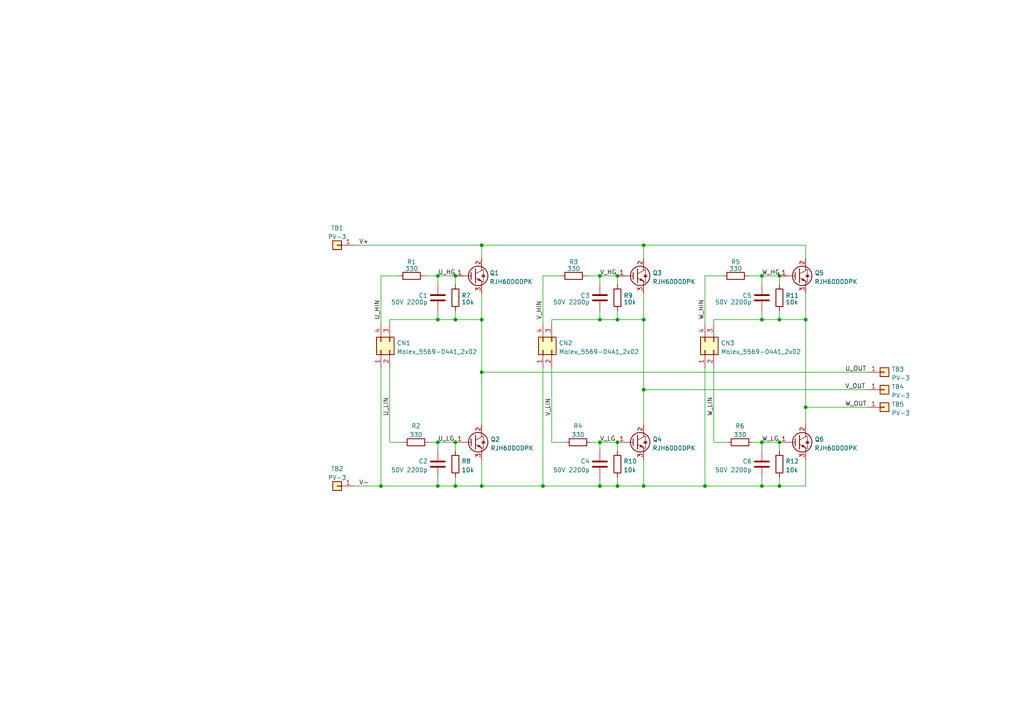
<source format=kicad_sch>
(kicad_sch (version 20230121) (generator eeschema)

  (uuid 08080e40-fc6b-41e8-82bc-136a3b0e46e7)

  (paper "A4")

  (title_block
    (title "IGBT Module")
    (date "2022-12-04")
    (rev "V1.00")
  )

  (lib_symbols
    (symbol "Connector_Generic:Conn_01x01" (pin_names (offset 1.016) hide) (in_bom yes) (on_board yes)
      (property "Reference" "J" (at 0 2.54 0)
        (effects (font (size 1.27 1.27)))
      )
      (property "Value" "Conn_01x01" (at 0 -2.54 0)
        (effects (font (size 1.27 1.27)))
      )
      (property "Footprint" "" (at 0 0 0)
        (effects (font (size 1.27 1.27)) hide)
      )
      (property "Datasheet" "~" (at 0 0 0)
        (effects (font (size 1.27 1.27)) hide)
      )
      (property "ki_keywords" "connector" (at 0 0 0)
        (effects (font (size 1.27 1.27)) hide)
      )
      (property "ki_description" "Generic connector, single row, 01x01, script generated (kicad-library-utils/schlib/autogen/connector/)" (at 0 0 0)
        (effects (font (size 1.27 1.27)) hide)
      )
      (property "ki_fp_filters" "Connector*:*_1x??_*" (at 0 0 0)
        (effects (font (size 1.27 1.27)) hide)
      )
      (symbol "Conn_01x01_1_1"
        (rectangle (start -1.27 0.127) (end 0 -0.127)
          (stroke (width 0.1524) (type default))
          (fill (type none))
        )
        (rectangle (start -1.27 1.27) (end 1.27 -1.27)
          (stroke (width 0.254) (type default))
          (fill (type background))
        )
        (pin passive line (at -5.08 0 0) (length 3.81)
          (name "Pin_1" (effects (font (size 1.27 1.27))))
          (number "1" (effects (font (size 1.27 1.27))))
        )
      )
    )
    (symbol "Connector_Generic:Conn_02x02_Counter_Clockwise" (pin_names (offset 1.016) hide) (in_bom yes) (on_board yes)
      (property "Reference" "J" (at 1.27 2.54 0)
        (effects (font (size 1.27 1.27)))
      )
      (property "Value" "Conn_02x02_Counter_Clockwise" (at 1.27 -5.08 0)
        (effects (font (size 1.27 1.27)))
      )
      (property "Footprint" "" (at 0 0 0)
        (effects (font (size 1.27 1.27)) hide)
      )
      (property "Datasheet" "~" (at 0 0 0)
        (effects (font (size 1.27 1.27)) hide)
      )
      (property "ki_keywords" "connector" (at 0 0 0)
        (effects (font (size 1.27 1.27)) hide)
      )
      (property "ki_description" "Generic connector, double row, 02x02, counter clockwise pin numbering scheme (similar to DIP package numbering), script generated (kicad-library-utils/schlib/autogen/connector/)" (at 0 0 0)
        (effects (font (size 1.27 1.27)) hide)
      )
      (property "ki_fp_filters" "Connector*:*_2x??_*" (at 0 0 0)
        (effects (font (size 1.27 1.27)) hide)
      )
      (symbol "Conn_02x02_Counter_Clockwise_1_1"
        (rectangle (start -1.27 -2.413) (end 0 -2.667)
          (stroke (width 0.1524) (type default))
          (fill (type none))
        )
        (rectangle (start -1.27 0.127) (end 0 -0.127)
          (stroke (width 0.1524) (type default))
          (fill (type none))
        )
        (rectangle (start -1.27 1.27) (end 3.81 -3.81)
          (stroke (width 0.254) (type default))
          (fill (type background))
        )
        (rectangle (start 3.81 -2.413) (end 2.54 -2.667)
          (stroke (width 0.1524) (type default))
          (fill (type none))
        )
        (rectangle (start 3.81 0.127) (end 2.54 -0.127)
          (stroke (width 0.1524) (type default))
          (fill (type none))
        )
        (pin passive line (at -5.08 0 0) (length 3.81)
          (name "Pin_1" (effects (font (size 1.27 1.27))))
          (number "1" (effects (font (size 1.27 1.27))))
        )
        (pin passive line (at -5.08 -2.54 0) (length 3.81)
          (name "Pin_2" (effects (font (size 1.27 1.27))))
          (number "2" (effects (font (size 1.27 1.27))))
        )
        (pin passive line (at 7.62 -2.54 180) (length 3.81)
          (name "Pin_3" (effects (font (size 1.27 1.27))))
          (number "3" (effects (font (size 1.27 1.27))))
        )
        (pin passive line (at 7.62 0 180) (length 3.81)
          (name "Pin_4" (effects (font (size 1.27 1.27))))
          (number "4" (effects (font (size 1.27 1.27))))
        )
      )
    )
    (symbol "Device:C" (pin_numbers hide) (pin_names (offset 0.254)) (in_bom yes) (on_board yes)
      (property "Reference" "C" (at 0.635 2.54 0)
        (effects (font (size 1.27 1.27)) (justify left))
      )
      (property "Value" "C" (at 0.635 -2.54 0)
        (effects (font (size 1.27 1.27)) (justify left))
      )
      (property "Footprint" "" (at 0.9652 -3.81 0)
        (effects (font (size 1.27 1.27)) hide)
      )
      (property "Datasheet" "~" (at 0 0 0)
        (effects (font (size 1.27 1.27)) hide)
      )
      (property "ki_keywords" "cap capacitor" (at 0 0 0)
        (effects (font (size 1.27 1.27)) hide)
      )
      (property "ki_description" "Unpolarized capacitor" (at 0 0 0)
        (effects (font (size 1.27 1.27)) hide)
      )
      (property "ki_fp_filters" "C_*" (at 0 0 0)
        (effects (font (size 1.27 1.27)) hide)
      )
      (symbol "C_0_1"
        (polyline
          (pts
            (xy -2.032 -0.762)
            (xy 2.032 -0.762)
          )
          (stroke (width 0.508) (type default))
          (fill (type none))
        )
        (polyline
          (pts
            (xy -2.032 0.762)
            (xy 2.032 0.762)
          )
          (stroke (width 0.508) (type default))
          (fill (type none))
        )
      )
      (symbol "C_1_1"
        (pin passive line (at 0 3.81 270) (length 2.794)
          (name "~" (effects (font (size 1.27 1.27))))
          (number "1" (effects (font (size 1.27 1.27))))
        )
        (pin passive line (at 0 -3.81 90) (length 2.794)
          (name "~" (effects (font (size 1.27 1.27))))
          (number "2" (effects (font (size 1.27 1.27))))
        )
      )
    )
    (symbol "Device:R" (pin_numbers hide) (pin_names (offset 0)) (in_bom yes) (on_board yes)
      (property "Reference" "R" (at 2.032 0 90)
        (effects (font (size 1.27 1.27)))
      )
      (property "Value" "R" (at 0 0 90)
        (effects (font (size 1.27 1.27)))
      )
      (property "Footprint" "" (at -1.778 0 90)
        (effects (font (size 1.27 1.27)) hide)
      )
      (property "Datasheet" "~" (at 0 0 0)
        (effects (font (size 1.27 1.27)) hide)
      )
      (property "ki_keywords" "R res resistor" (at 0 0 0)
        (effects (font (size 1.27 1.27)) hide)
      )
      (property "ki_description" "Resistor" (at 0 0 0)
        (effects (font (size 1.27 1.27)) hide)
      )
      (property "ki_fp_filters" "R_*" (at 0 0 0)
        (effects (font (size 1.27 1.27)) hide)
      )
      (symbol "R_0_1"
        (rectangle (start -1.016 -2.54) (end 1.016 2.54)
          (stroke (width 0.254) (type default))
          (fill (type none))
        )
      )
      (symbol "R_1_1"
        (pin passive line (at 0 3.81 270) (length 1.27)
          (name "~" (effects (font (size 1.27 1.27))))
          (number "1" (effects (font (size 1.27 1.27))))
        )
        (pin passive line (at 0 -3.81 90) (length 1.27)
          (name "~" (effects (font (size 1.27 1.27))))
          (number "2" (effects (font (size 1.27 1.27))))
        )
      )
    )
    (symbol "Transistor_IGBT:RJH60D0DPK" (pin_names (offset 0) hide) (in_bom yes) (on_board yes)
      (property "Reference" "Q" (at 5.08 1.905 0)
        (effects (font (size 1.27 1.27)) (justify left))
      )
      (property "Value" "RJH60D0DPK" (at 5.08 0 0)
        (effects (font (size 1.27 1.27)) (justify left))
      )
      (property "Footprint" "Package_TO_SOT_THT:TO-3P-3_Vertical" (at -6.604 -7.112 0)
        (effects (font (size 1.27 1.27) italic) (justify left) hide)
      )
      (property "Datasheet" "https://www.renesas.com/jp/ja/document/dst/rjh60d0dpk-datasheet?language=en&r=515581" (at -6.604 -4.572 0)
        (effects (font (size 1.27 1.27)) (justify left) hide)
      )
      (property "ki_keywords" "N-Channel IGBT Power Transistor" (at 0 0 0)
        (effects (font (size 1.27 1.27)) hide)
      )
      (property "ki_description" "28A, 900V, N-Channel IGBT" (at 0 0 0)
        (effects (font (size 1.27 1.27)) hide)
      )
      (property "ki_fp_filters" "TO?247*" (at 0 0 0)
        (effects (font (size 1.27 1.27)) hide)
      )
      (symbol "RJH60D0DPK_0_1"
        (polyline
          (pts
            (xy -2.54 0)
            (xy -0.508 0)
          )
          (stroke (width 0.1524) (type default))
          (fill (type none))
        )
        (polyline
          (pts
            (xy -0.508 1.016)
            (xy -0.508 -1.016)
          )
          (stroke (width 0.254) (type default))
          (fill (type none))
        )
        (polyline
          (pts
            (xy 0.762 2.032)
            (xy 0.762 -2.032)
          )
          (stroke (width 0.254) (type default))
          (fill (type none))
        )
        (polyline
          (pts
            (xy 2.54 -2.54)
            (xy 2.54 -1.524)
          )
          (stroke (width 0.1524) (type default))
          (fill (type none))
        )
        (polyline
          (pts
            (xy 2.54 -1.524)
            (xy 0.762 -0.635)
          )
          (stroke (width 0) (type default))
          (fill (type none))
        )
        (polyline
          (pts
            (xy 2.54 0.254)
            (xy 3.556 0.254)
          )
          (stroke (width 0.1524) (type default))
          (fill (type none))
        )
        (polyline
          (pts
            (xy 2.54 1.524)
            (xy 0.762 0.635)
          )
          (stroke (width 0) (type default))
          (fill (type none))
        )
        (polyline
          (pts
            (xy 2.54 1.524)
            (xy 2.54 2.54)
          )
          (stroke (width 0.1524) (type default))
          (fill (type none))
        )
        (polyline
          (pts
            (xy 1.397 -1.27)
            (xy 1.651 -0.762)
            (xy 2.54 -1.524)
            (xy 1.397 -1.27)
          )
          (stroke (width 0) (type default))
          (fill (type outline))
        )
        (polyline
          (pts
            (xy 2.54 -0.254)
            (xy 3.556 -0.254)
            (xy 3.048 0.254)
            (xy 2.54 -0.254)
          )
          (stroke (width 0) (type default))
          (fill (type outline))
        )
        (polyline
          (pts
            (xy 2.54 1.778)
            (xy 3.048 1.778)
            (xy 3.048 -1.778)
            (xy 2.54 -1.778)
          )
          (stroke (width 0.1524) (type default))
          (fill (type none))
        )
        (circle (center 1.524 0) (radius 2.8194)
          (stroke (width 0.254) (type default))
          (fill (type none))
        )
        (circle (center 2.54 -1.778) (radius 0.0762)
          (stroke (width 0.1524) (type default))
          (fill (type none))
        )
        (circle (center 2.54 1.778) (radius 0.0762)
          (stroke (width 0.1524) (type default))
          (fill (type none))
        )
      )
      (symbol "RJH60D0DPK_1_1"
        (pin input line (at -5.08 0 0) (length 2.54)
          (name "G" (effects (font (size 1.27 1.27))))
          (number "1" (effects (font (size 1.27 1.27))))
        )
        (pin passive line (at 2.54 5.08 270) (length 2.54)
          (name "C" (effects (font (size 1.27 1.27))))
          (number "2" (effects (font (size 1.27 1.27))))
        )
        (pin passive line (at 2.54 -5.08 90) (length 2.54)
          (name "E" (effects (font (size 1.27 1.27))))
          (number "3" (effects (font (size 1.27 1.27))))
        )
      )
    )
  )

  (junction (at 233.68 118.11) (diameter 0) (color 0 0 0 0)
    (uuid 07ba23e5-d554-4248-b76d-6d8889b8c72d)
  )
  (junction (at 132.08 92.71) (diameter 0) (color 0 0 0 0)
    (uuid 08523a45-70cf-4f1a-a866-0b8e293bc8b7)
  )
  (junction (at 220.98 128.27) (diameter 0) (color 0 0 0 0)
    (uuid 1f430792-760f-4b54-863d-2a6c1f9d2842)
  )
  (junction (at 226.06 80.01) (diameter 0) (color 0 0 0 0)
    (uuid 25cd0d8f-ec3d-44c0-b823-be4b999b9f06)
  )
  (junction (at 127 92.71) (diameter 0) (color 0 0 0 0)
    (uuid 2b46e340-381e-4912-a00c-b7653407e170)
  )
  (junction (at 179.07 92.71) (diameter 0) (color 0 0 0 0)
    (uuid 306b43af-9c0a-4584-b654-86e890752cb0)
  )
  (junction (at 204.47 140.97) (diameter 0) (color 0 0 0 0)
    (uuid 32c8d114-a03e-4375-b435-4b5997277bc0)
  )
  (junction (at 186.69 113.03) (diameter 0) (color 0 0 0 0)
    (uuid 3534871a-de51-4137-8a3b-ade241790da7)
  )
  (junction (at 173.99 92.71) (diameter 0) (color 0 0 0 0)
    (uuid 37372053-2054-467c-8f97-acce54b70b3f)
  )
  (junction (at 139.7 140.97) (diameter 0) (color 0 0 0 0)
    (uuid 4115edc8-d846-4224-93fd-9bd0eea12c60)
  )
  (junction (at 226.06 140.97) (diameter 0) (color 0 0 0 0)
    (uuid 43491895-5fd7-4d05-bb93-74d91d5b51c0)
  )
  (junction (at 173.99 80.01) (diameter 0) (color 0 0 0 0)
    (uuid 481acec8-bc84-4258-a635-268421e3cc79)
  )
  (junction (at 173.99 140.97) (diameter 0) (color 0 0 0 0)
    (uuid 5177248d-85de-481d-848f-3e482c5c45df)
  )
  (junction (at 139.7 107.95) (diameter 0) (color 0 0 0 0)
    (uuid 5a6026c7-392e-41cb-97bd-1f156bc31bb0)
  )
  (junction (at 233.68 92.71) (diameter 0) (color 0 0 0 0)
    (uuid 5b124deb-8471-439c-9371-b3cb50910571)
  )
  (junction (at 139.7 71.12) (diameter 0) (color 0 0 0 0)
    (uuid 607bb59e-9d07-4237-98eb-e2b1fbedbb61)
  )
  (junction (at 186.69 140.97) (diameter 0) (color 0 0 0 0)
    (uuid 65db5eeb-d42f-4ead-842e-9b7297a95328)
  )
  (junction (at 157.48 140.97) (diameter 0) (color 0 0 0 0)
    (uuid 67745259-a62e-43d6-97c6-f6e3639fad0e)
  )
  (junction (at 226.06 128.27) (diameter 0) (color 0 0 0 0)
    (uuid 70713337-3115-48e4-9538-550b3fff1b72)
  )
  (junction (at 127 80.01) (diameter 0) (color 0 0 0 0)
    (uuid 789f9e30-098b-450c-882c-2472692f4aaf)
  )
  (junction (at 179.07 140.97) (diameter 0) (color 0 0 0 0)
    (uuid 7fce98f4-3829-41ab-9a94-4948178c8e1d)
  )
  (junction (at 132.08 140.97) (diameter 0) (color 0 0 0 0)
    (uuid 8abb2c50-7660-4880-82d2-0d974fa4a65a)
  )
  (junction (at 127 128.27) (diameter 0) (color 0 0 0 0)
    (uuid 8c6b7952-e814-4500-9adb-9544a28433e9)
  )
  (junction (at 179.07 128.27) (diameter 0) (color 0 0 0 0)
    (uuid 9526bd1a-6329-444e-aa3e-665349138966)
  )
  (junction (at 179.07 80.01) (diameter 0) (color 0 0 0 0)
    (uuid 9a27b69e-08c1-4a14-8f35-ecfe440810f8)
  )
  (junction (at 127 140.97) (diameter 0) (color 0 0 0 0)
    (uuid 9b0b90a5-8987-4534-a786-6035dc6cabcd)
  )
  (junction (at 186.69 71.12) (diameter 0) (color 0 0 0 0)
    (uuid aa705439-b3aa-4314-a28a-7597b757ad07)
  )
  (junction (at 139.7 92.71) (diameter 0) (color 0 0 0 0)
    (uuid b7abda72-49a9-408e-8e35-47cf796801c6)
  )
  (junction (at 173.99 128.27) (diameter 0) (color 0 0 0 0)
    (uuid b97c759c-db14-4a07-bf03-4ef18b47cb20)
  )
  (junction (at 220.98 140.97) (diameter 0) (color 0 0 0 0)
    (uuid c511352e-e64f-42b0-9cb6-bd82737d2e0d)
  )
  (junction (at 132.08 128.27) (diameter 0) (color 0 0 0 0)
    (uuid cc204a08-29da-40f3-8cde-179e6c67d2db)
  )
  (junction (at 220.98 80.01) (diameter 0) (color 0 0 0 0)
    (uuid d5053816-754b-4ff5-8a81-ef4549809fbd)
  )
  (junction (at 110.49 140.97) (diameter 0) (color 0 0 0 0)
    (uuid de0b7800-7ef8-417d-bac6-5cc431e40e0a)
  )
  (junction (at 186.69 92.71) (diameter 0) (color 0 0 0 0)
    (uuid f2960260-d132-479d-b711-b18bf870c0a2)
  )
  (junction (at 132.08 80.01) (diameter 0) (color 0 0 0 0)
    (uuid f2c8edd8-64c7-4c86-b606-ce622b363398)
  )
  (junction (at 220.98 92.71) (diameter 0) (color 0 0 0 0)
    (uuid f683bf93-cc92-426a-a1d1-ba115fdb8203)
  )
  (junction (at 226.06 92.71) (diameter 0) (color 0 0 0 0)
    (uuid ff4f8ab6-b2e2-4e5a-8d21-cd9c5496cc21)
  )

  (wire (pts (xy 207.01 128.27) (xy 207.01 106.68))
    (stroke (width 0) (type default))
    (uuid 022a57e2-6570-4948-ae13-d039a629e1de)
  )
  (wire (pts (xy 132.08 140.97) (xy 139.7 140.97))
    (stroke (width 0) (type default))
    (uuid 030a4237-624f-4f3d-aa2a-81c2f42e8835)
  )
  (wire (pts (xy 160.02 106.68) (xy 160.02 128.27))
    (stroke (width 0) (type default))
    (uuid 03902cf8-8112-4b59-a457-3f8e8025779c)
  )
  (wire (pts (xy 233.68 133.35) (xy 233.68 140.97))
    (stroke (width 0) (type default))
    (uuid 05eedcf0-7e0c-4b0a-afb2-af9ed6aefadf)
  )
  (wire (pts (xy 110.49 80.01) (xy 110.49 93.98))
    (stroke (width 0) (type default))
    (uuid 06056052-35b9-435e-98b2-1b790de36ce5)
  )
  (wire (pts (xy 127 138.43) (xy 127 140.97))
    (stroke (width 0) (type default))
    (uuid 06de9ce4-d4cc-4e3f-947e-f58cc154d06a)
  )
  (wire (pts (xy 226.06 128.27) (xy 226.06 130.81))
    (stroke (width 0) (type default))
    (uuid 083451cf-d7e5-4684-adbc-5a816df1f5d1)
  )
  (wire (pts (xy 173.99 128.27) (xy 173.99 130.81))
    (stroke (width 0) (type default))
    (uuid 093ba3d1-2605-454e-9ab3-4598a089f0a2)
  )
  (wire (pts (xy 132.08 138.43) (xy 132.08 140.97))
    (stroke (width 0) (type default))
    (uuid 0a4b5879-6e4a-4cf4-b47e-774ad2b3d315)
  )
  (wire (pts (xy 186.69 92.71) (xy 186.69 113.03))
    (stroke (width 0) (type default))
    (uuid 0a69bb25-c15c-41dd-a1bc-e660d83921da)
  )
  (wire (pts (xy 218.44 128.27) (xy 220.98 128.27))
    (stroke (width 0) (type default))
    (uuid 0e2cfe76-d17d-4bc2-b3d9-e06826072c96)
  )
  (wire (pts (xy 179.07 138.43) (xy 179.07 140.97))
    (stroke (width 0) (type default))
    (uuid 0ffbf36f-22a7-4e16-81e0-8a10e7902602)
  )
  (wire (pts (xy 251.46 113.03) (xy 186.69 113.03))
    (stroke (width 0) (type default))
    (uuid 1050164e-751c-4e86-b407-5446cfcbe9c4)
  )
  (wire (pts (xy 139.7 92.71) (xy 139.7 107.95))
    (stroke (width 0) (type default))
    (uuid 161504c2-95e9-402a-8f40-fe718d7cad14)
  )
  (wire (pts (xy 233.68 92.71) (xy 233.68 118.11))
    (stroke (width 0) (type default))
    (uuid 1c4baf38-6551-4d79-b855-2e7d873b394f)
  )
  (wire (pts (xy 220.98 138.43) (xy 220.98 140.97))
    (stroke (width 0) (type default))
    (uuid 1cf583f5-c47e-4be3-ada2-ef3eadc7197a)
  )
  (wire (pts (xy 116.84 128.27) (xy 113.03 128.27))
    (stroke (width 0) (type default))
    (uuid 1e1697fb-e0dc-421e-8e1b-df7c761a67e9)
  )
  (wire (pts (xy 179.07 140.97) (xy 186.69 140.97))
    (stroke (width 0) (type default))
    (uuid 1ecf193f-6004-461a-b846-b96b9d89657b)
  )
  (wire (pts (xy 124.46 128.27) (xy 127 128.27))
    (stroke (width 0) (type default))
    (uuid 1ee2333c-4054-412a-9a73-bf0cff8b9fa6)
  )
  (wire (pts (xy 110.49 140.97) (xy 127 140.97))
    (stroke (width 0) (type default))
    (uuid 20de0ade-e9b8-442a-8c4e-53fe3de5ac54)
  )
  (wire (pts (xy 220.98 90.17) (xy 220.98 92.71))
    (stroke (width 0) (type default))
    (uuid 22251683-3ebc-43c6-b692-962e86eff6b1)
  )
  (wire (pts (xy 186.69 140.97) (xy 204.47 140.97))
    (stroke (width 0) (type default))
    (uuid 256f5542-a23f-4b64-89f2-d8e5de861fef)
  )
  (wire (pts (xy 139.7 140.97) (xy 157.48 140.97))
    (stroke (width 0) (type default))
    (uuid 26ba1f0e-e85b-4cc6-a392-60bf8fbc8b75)
  )
  (wire (pts (xy 173.99 92.71) (xy 179.07 92.71))
    (stroke (width 0) (type default))
    (uuid 26cf0740-682c-4a52-a8e6-920528a8e180)
  )
  (wire (pts (xy 113.03 106.68) (xy 113.03 128.27))
    (stroke (width 0) (type default))
    (uuid 299c3ca5-98e2-4acd-8ec1-975feac345c5)
  )
  (wire (pts (xy 209.55 80.01) (xy 204.47 80.01))
    (stroke (width 0) (type default))
    (uuid 2ccd2c5c-7d10-4b35-b627-1c499b995567)
  )
  (wire (pts (xy 226.06 138.43) (xy 226.06 140.97))
    (stroke (width 0) (type default))
    (uuid 2d19190a-5da8-4447-aa7d-89ddfab4d84c)
  )
  (wire (pts (xy 132.08 80.01) (xy 132.08 82.55))
    (stroke (width 0) (type default))
    (uuid 32173073-f329-42da-81c5-c9f535aae123)
  )
  (wire (pts (xy 207.01 92.71) (xy 207.01 93.98))
    (stroke (width 0) (type default))
    (uuid 396b3eef-3eb3-489c-adbf-809371080bc0)
  )
  (wire (pts (xy 204.47 80.01) (xy 204.47 93.98))
    (stroke (width 0) (type default))
    (uuid 3b2f0215-8759-4f5d-83ee-8113c7f5bf1d)
  )
  (wire (pts (xy 160.02 92.71) (xy 160.02 93.98))
    (stroke (width 0) (type default))
    (uuid 3fd84d69-2481-47a0-bb11-84292bdcc2ab)
  )
  (wire (pts (xy 113.03 92.71) (xy 127 92.71))
    (stroke (width 0) (type default))
    (uuid 40c3e32a-426d-46d6-9f21-392e362a16b1)
  )
  (wire (pts (xy 186.69 113.03) (xy 186.69 123.19))
    (stroke (width 0) (type default))
    (uuid 4485c754-b213-44c8-b940-be1e4860fce4)
  )
  (wire (pts (xy 102.87 140.97) (xy 110.49 140.97))
    (stroke (width 0) (type default))
    (uuid 4997f67a-7858-4d01-aaa0-2f600b0c3a84)
  )
  (wire (pts (xy 179.07 92.71) (xy 186.69 92.71))
    (stroke (width 0) (type default))
    (uuid 4a60f955-56d7-4539-bf5b-b4059e1c36fa)
  )
  (wire (pts (xy 179.07 80.01) (xy 179.07 82.55))
    (stroke (width 0) (type default))
    (uuid 4b5b9b23-2105-4dce-a663-516c519b0dc1)
  )
  (wire (pts (xy 139.7 85.09) (xy 139.7 92.71))
    (stroke (width 0) (type default))
    (uuid 4c6ccd00-13c3-4ad4-ad6f-94710462c716)
  )
  (wire (pts (xy 186.69 85.09) (xy 186.69 92.71))
    (stroke (width 0) (type default))
    (uuid 4f6a625b-11ad-46d6-b052-b62075ea4f7b)
  )
  (wire (pts (xy 157.48 140.97) (xy 173.99 140.97))
    (stroke (width 0) (type default))
    (uuid 50926eb5-37fe-4b3d-be54-49fb3265bea1)
  )
  (wire (pts (xy 173.99 80.01) (xy 179.07 80.01))
    (stroke (width 0) (type default))
    (uuid 515bc2da-6c77-45cd-bf54-ab82a6baeab3)
  )
  (wire (pts (xy 186.69 71.12) (xy 186.69 74.93))
    (stroke (width 0) (type default))
    (uuid 537c0aa4-114c-4a0c-923d-9d07f05ba8fa)
  )
  (wire (pts (xy 127 90.17) (xy 127 92.71))
    (stroke (width 0) (type default))
    (uuid 55f41399-a2dd-4975-9dea-2adc5af4c9df)
  )
  (wire (pts (xy 127 128.27) (xy 132.08 128.27))
    (stroke (width 0) (type default))
    (uuid 584ec455-a318-4668-a9b0-49b2bf2d9524)
  )
  (wire (pts (xy 179.07 128.27) (xy 179.07 130.81))
    (stroke (width 0) (type default))
    (uuid 59714b8c-45c2-493f-8765-fa5eea02d073)
  )
  (wire (pts (xy 233.68 118.11) (xy 233.68 123.19))
    (stroke (width 0) (type default))
    (uuid 60d8bd5a-142f-46da-9494-0bbdc69f3bfd)
  )
  (wire (pts (xy 102.87 71.12) (xy 139.7 71.12))
    (stroke (width 0) (type default))
    (uuid 640c8c60-a463-4665-b943-0f05ad59c03a)
  )
  (wire (pts (xy 132.08 92.71) (xy 139.7 92.71))
    (stroke (width 0) (type default))
    (uuid 646c5502-daee-41a3-8c80-d80985f24171)
  )
  (wire (pts (xy 139.7 71.12) (xy 139.7 74.93))
    (stroke (width 0) (type default))
    (uuid 673dd2f9-1d5e-43b9-a47b-53065cc7f145)
  )
  (wire (pts (xy 173.99 82.55) (xy 173.99 80.01))
    (stroke (width 0) (type default))
    (uuid 6811cb8e-a915-4ac5-82e5-bd939d219822)
  )
  (wire (pts (xy 139.7 107.95) (xy 139.7 123.19))
    (stroke (width 0) (type default))
    (uuid 692dc9bc-b3ff-4873-8a63-b1e88b0be6d8)
  )
  (wire (pts (xy 173.99 140.97) (xy 179.07 140.97))
    (stroke (width 0) (type default))
    (uuid 6ee1e575-49e3-4c87-a044-d94e4ab27dd9)
  )
  (wire (pts (xy 220.98 82.55) (xy 220.98 80.01))
    (stroke (width 0) (type default))
    (uuid 70b133b1-0067-4baf-b0bb-7ff517077288)
  )
  (wire (pts (xy 123.19 80.01) (xy 127 80.01))
    (stroke (width 0) (type default))
    (uuid 780817cf-48db-4f07-b6bd-7c14e1e285f6)
  )
  (wire (pts (xy 220.98 92.71) (xy 226.06 92.71))
    (stroke (width 0) (type default))
    (uuid 783c02d3-a2c8-4c38-a04f-fc4f5ce28690)
  )
  (wire (pts (xy 157.48 106.68) (xy 157.48 140.97))
    (stroke (width 0) (type default))
    (uuid 7a7ccd43-c417-4478-a87d-7b976c552742)
  )
  (wire (pts (xy 220.98 80.01) (xy 226.06 80.01))
    (stroke (width 0) (type default))
    (uuid 7b89c9c4-0873-43d1-99d5-394e7248b02a)
  )
  (wire (pts (xy 110.49 106.68) (xy 110.49 140.97))
    (stroke (width 0) (type default))
    (uuid 7f2ca33c-39da-4e4c-80e2-c559e70cab77)
  )
  (wire (pts (xy 139.7 133.35) (xy 139.7 140.97))
    (stroke (width 0) (type default))
    (uuid 80efa770-1de7-4899-91f3-44e4d49f041c)
  )
  (wire (pts (xy 226.06 140.97) (xy 233.68 140.97))
    (stroke (width 0) (type default))
    (uuid 8292081d-28d5-471d-bf95-f5148d834fd4)
  )
  (wire (pts (xy 115.57 80.01) (xy 110.49 80.01))
    (stroke (width 0) (type default))
    (uuid 836e9168-1609-46ff-aad3-48b813528687)
  )
  (wire (pts (xy 139.7 107.95) (xy 251.46 107.95))
    (stroke (width 0) (type default))
    (uuid 87a6642b-8b29-41e7-ad5b-7a100b1d2b4e)
  )
  (wire (pts (xy 139.7 71.12) (xy 186.69 71.12))
    (stroke (width 0) (type default))
    (uuid 88c6e3db-6189-4e06-9a81-09d63098f138)
  )
  (wire (pts (xy 132.08 128.27) (xy 132.08 130.81))
    (stroke (width 0) (type default))
    (uuid 8b461ba2-5163-423e-980e-38a3ca87e8b9)
  )
  (wire (pts (xy 220.98 128.27) (xy 226.06 128.27))
    (stroke (width 0) (type default))
    (uuid 8e58b851-3e28-4aa5-b4e0-c1f3b6b395bb)
  )
  (wire (pts (xy 127 128.27) (xy 127 130.81))
    (stroke (width 0) (type default))
    (uuid 8e71317e-cea8-4ef0-9bc7-5e47f9dd1fc3)
  )
  (wire (pts (xy 179.07 90.17) (xy 179.07 92.71))
    (stroke (width 0) (type default))
    (uuid 946d789e-62fc-46c0-a43e-301b85b60d16)
  )
  (wire (pts (xy 162.56 80.01) (xy 157.48 80.01))
    (stroke (width 0) (type default))
    (uuid 990d8632-e128-4447-a9f8-b58a6f4775ca)
  )
  (wire (pts (xy 160.02 92.71) (xy 173.99 92.71))
    (stroke (width 0) (type default))
    (uuid 9a944b2e-eaa4-459a-8b63-8a82d01ef5b4)
  )
  (wire (pts (xy 163.83 128.27) (xy 160.02 128.27))
    (stroke (width 0) (type default))
    (uuid 9af30748-8011-4303-a021-d8d8718a48b9)
  )
  (wire (pts (xy 132.08 90.17) (xy 132.08 92.71))
    (stroke (width 0) (type default))
    (uuid 9c69a87a-7c95-45c7-90cb-7bfd6f0ad854)
  )
  (wire (pts (xy 226.06 92.71) (xy 233.68 92.71))
    (stroke (width 0) (type default))
    (uuid 9d4c40ba-776d-4945-8028-afb77bd1a101)
  )
  (wire (pts (xy 207.01 92.71) (xy 220.98 92.71))
    (stroke (width 0) (type default))
    (uuid a027303c-b61b-4b20-9673-db0ff3871e9b)
  )
  (wire (pts (xy 171.45 128.27) (xy 173.99 128.27))
    (stroke (width 0) (type default))
    (uuid a289333e-7ea4-4ce4-b0ac-93b8f6325c81)
  )
  (wire (pts (xy 186.69 71.12) (xy 233.68 71.12))
    (stroke (width 0) (type default))
    (uuid a525f645-27c4-4c04-9b10-797a809ba7f8)
  )
  (wire (pts (xy 157.48 80.01) (xy 157.48 93.98))
    (stroke (width 0) (type default))
    (uuid a5ca0917-5fce-480e-adcb-5d0e591a3f1a)
  )
  (wire (pts (xy 127 82.55) (xy 127 80.01))
    (stroke (width 0) (type default))
    (uuid a783c13e-96d2-45f3-84c6-79c410283ec8)
  )
  (wire (pts (xy 217.17 80.01) (xy 220.98 80.01))
    (stroke (width 0) (type default))
    (uuid aae60965-2d1e-4162-a3bd-6733a0e0b23c)
  )
  (wire (pts (xy 127 80.01) (xy 132.08 80.01))
    (stroke (width 0) (type default))
    (uuid b56b9821-d557-4bb9-976a-02091da904e4)
  )
  (wire (pts (xy 186.69 133.35) (xy 186.69 140.97))
    (stroke (width 0) (type default))
    (uuid b8a58af8-2ca6-4337-85d4-6f18d3b22837)
  )
  (wire (pts (xy 233.68 85.09) (xy 233.68 92.71))
    (stroke (width 0) (type default))
    (uuid bccd2839-8baf-48ca-aa49-9693b02860b3)
  )
  (wire (pts (xy 233.68 71.12) (xy 233.68 74.93))
    (stroke (width 0) (type default))
    (uuid bd70c0d9-0204-47ae-a96e-088ee0cf4e90)
  )
  (wire (pts (xy 127 92.71) (xy 132.08 92.71))
    (stroke (width 0) (type default))
    (uuid bdb87aa6-bf0c-42c7-8d08-538c47d0aacc)
  )
  (wire (pts (xy 170.18 80.01) (xy 173.99 80.01))
    (stroke (width 0) (type default))
    (uuid c67b86c9-afba-4d04-8b90-0155d79393c5)
  )
  (wire (pts (xy 173.99 90.17) (xy 173.99 92.71))
    (stroke (width 0) (type default))
    (uuid c72c1c8e-f592-4db4-9903-9c0887d7b2b0)
  )
  (wire (pts (xy 113.03 92.71) (xy 113.03 93.98))
    (stroke (width 0) (type default))
    (uuid c8b5264b-29c9-4091-a6dc-f9983beb84f0)
  )
  (wire (pts (xy 173.99 138.43) (xy 173.99 140.97))
    (stroke (width 0) (type default))
    (uuid d36c2095-2936-4c96-90f3-ac08525894d0)
  )
  (wire (pts (xy 204.47 140.97) (xy 220.98 140.97))
    (stroke (width 0) (type default))
    (uuid d9aa3e42-b3ec-4f0b-b902-74b487629b58)
  )
  (wire (pts (xy 226.06 90.17) (xy 226.06 92.71))
    (stroke (width 0) (type default))
    (uuid dea3f6f0-0c74-42d4-8e17-2942702874bb)
  )
  (wire (pts (xy 173.99 128.27) (xy 179.07 128.27))
    (stroke (width 0) (type default))
    (uuid e0b4af3e-ac00-4b9a-a36c-5c6db82eee78)
  )
  (wire (pts (xy 210.82 128.27) (xy 207.01 128.27))
    (stroke (width 0) (type default))
    (uuid e3a8f4c9-1cfd-4cfc-9c6e-6c42483d0c76)
  )
  (wire (pts (xy 204.47 106.68) (xy 204.47 140.97))
    (stroke (width 0) (type default))
    (uuid e5fd6985-4e1b-485e-b32c-43c5346721fd)
  )
  (wire (pts (xy 226.06 80.01) (xy 226.06 82.55))
    (stroke (width 0) (type default))
    (uuid e9e48c24-77e0-4ddc-b620-1b1eb67e6050)
  )
  (wire (pts (xy 251.46 118.11) (xy 233.68 118.11))
    (stroke (width 0) (type default))
    (uuid f35f2780-6fed-4fe0-8a9b-e821caf3f0cb)
  )
  (wire (pts (xy 220.98 140.97) (xy 226.06 140.97))
    (stroke (width 0) (type default))
    (uuid fcf60330-1cc1-424e-9763-9678deba073d)
  )
  (wire (pts (xy 127 140.97) (xy 132.08 140.97))
    (stroke (width 0) (type default))
    (uuid fd91a8c4-2b6e-4fee-a799-5ebd1680dcbe)
  )
  (wire (pts (xy 220.98 128.27) (xy 220.98 130.81))
    (stroke (width 0) (type default))
    (uuid fe10bbef-6a2c-425d-8728-dc10ca32f134)
  )

  (label "V_LG" (at 173.99 128.27 0) (fields_autoplaced)
    (effects (font (size 1.27 1.27)) (justify left bottom))
    (uuid 0ee76aa2-4ecd-4bf9-9512-04ed771cf0e5)
  )
  (label "W_LG" (at 220.98 128.27 0) (fields_autoplaced)
    (effects (font (size 1.27 1.27)) (justify left bottom))
    (uuid 0f6d6fd1-9f73-4778-a70a-063ed102e0d9)
  )
  (label "V_OUT" (at 245.11 113.03 0) (fields_autoplaced)
    (effects (font (size 1.27 1.27)) (justify left bottom))
    (uuid 2ff75553-f68f-47a0-9497-e65efde6a006)
  )
  (label "W_HIN" (at 204.47 92.71 90) (fields_autoplaced)
    (effects (font (size 1.27 1.27)) (justify left bottom))
    (uuid 3a2211d1-d62a-48c7-86d6-858d1231140b)
  )
  (label "V-" (at 104.14 140.97 0) (fields_autoplaced)
    (effects (font (size 1.27 1.27)) (justify left bottom))
    (uuid 3fd1dcd7-ecc9-4801-97a1-9946efa66689)
  )
  (label "U_LG" (at 127 128.27 0) (fields_autoplaced)
    (effects (font (size 1.27 1.27)) (justify left bottom))
    (uuid 43f89b16-aeec-4848-b116-d9b56e525f7e)
  )
  (label "U_HG" (at 127 80.01 0) (fields_autoplaced)
    (effects (font (size 1.27 1.27)) (justify left bottom))
    (uuid 4a2c5a29-1bbc-4cdd-a295-34915fba077a)
  )
  (label "V_LIN" (at 160.02 120.65 90) (fields_autoplaced)
    (effects (font (size 1.27 1.27)) (justify left bottom))
    (uuid 4bb4cc20-15db-44b1-9912-2b02d9dffcce)
  )
  (label "W_HG" (at 220.98 80.01 0) (fields_autoplaced)
    (effects (font (size 1.27 1.27)) (justify left bottom))
    (uuid 50c6fa2c-6ac7-406b-8eea-4aa0c1e20746)
  )
  (label "U_OUT" (at 245.11 107.95 0) (fields_autoplaced)
    (effects (font (size 1.27 1.27)) (justify left bottom))
    (uuid 649b1ee1-38c1-4032-95ce-7685f10bb5cf)
  )
  (label "U_LIN" (at 113.03 120.65 90) (fields_autoplaced)
    (effects (font (size 1.27 1.27)) (justify left bottom))
    (uuid 6c3a0836-0472-4b38-93fb-2aea4e6f2ed5)
  )
  (label "U_HIN" (at 110.49 92.71 90) (fields_autoplaced)
    (effects (font (size 1.27 1.27)) (justify left bottom))
    (uuid 75433b78-e65a-4905-ab9d-4164318ad1f8)
  )
  (label "V_HG" (at 173.99 80.01 0) (fields_autoplaced)
    (effects (font (size 1.27 1.27)) (justify left bottom))
    (uuid 852ac2e4-d01c-419f-a384-a0e04bbd94d0)
  )
  (label "W_LIN" (at 207.01 120.65 90) (fields_autoplaced)
    (effects (font (size 1.27 1.27)) (justify left bottom))
    (uuid 8ef0d824-a6ce-49c5-b0e2-5fedfa3dd813)
  )
  (label "V+" (at 104.14 71.12 0) (fields_autoplaced)
    (effects (font (size 1.27 1.27)) (justify left bottom))
    (uuid ad6699f1-9cd5-4727-b06f-df2510320d2c)
  )
  (label "W_OUT" (at 245.11 118.11 0) (fields_autoplaced)
    (effects (font (size 1.27 1.27)) (justify left bottom))
    (uuid b3605205-a2e6-4f2b-bfa1-f0d4c2f320bd)
  )
  (label "V_HIN" (at 157.48 92.71 90) (fields_autoplaced)
    (effects (font (size 1.27 1.27)) (justify left bottom))
    (uuid e325f7f1-0641-47c4-bc0d-fa733a67e0cc)
  )

  (symbol (lib_id "Connector_Generic:Conn_01x01") (at 256.54 113.03 0) (unit 1)
    (in_bom yes) (on_board yes) (dnp no) (fields_autoplaced)
    (uuid 17e010df-806b-4f06-83d9-f53218a60f6a)
    (property "Reference" "TB4" (at 258.572 112.1953 0)
      (effects (font (size 1.27 1.27)) (justify left))
    )
    (property "Value" "PV-3" (at 258.572 114.7322 0)
      (effects (font (size 1.27 1.27)) (justify left))
    )
    (property "Footprint" "Custom_Library:PV-3_Both" (at 256.54 113.03 0)
      (effects (font (size 1.27 1.27)) hide)
    )
    (property "Datasheet" "~" (at 256.54 113.03 0)
      (effects (font (size 1.27 1.27)) hide)
    )
    (pin "1" (uuid 6d04326d-123b-4da6-8941-c0e5a90925b3))
    (instances
      (project "igbt_module"
        (path "/08080e40-fc6b-41e8-82bc-136a3b0e46e7"
          (reference "TB4") (unit 1)
        )
      )
    )
  )

  (symbol (lib_id "Device:R") (at 166.37 80.01 270) (unit 1)
    (in_bom yes) (on_board yes) (dnp no) (fields_autoplaced)
    (uuid 20d156c4-07c2-4ec8-bb1a-f1c9c1984393)
    (property "Reference" "R3" (at 166.37 75.9841 90)
      (effects (font (size 1.27 1.27)))
    )
    (property "Value" "330" (at 166.37 77.9051 90)
      (effects (font (size 1.27 1.27)))
    )
    (property "Footprint" "Resistor_THT:R_Axial_DIN0204_L3.6mm_D1.6mm_P2.54mm_Vertical" (at 166.37 78.232 90)
      (effects (font (size 1.27 1.27)) hide)
    )
    (property "Datasheet" "~" (at 166.37 80.01 0)
      (effects (font (size 1.27 1.27)) hide)
    )
    (pin "1" (uuid f78e3451-2e58-4dfa-b90c-9a7ef5d04e10))
    (pin "2" (uuid 652a0707-3013-48f0-9884-40c3e656c84c))
    (instances
      (project "igbt_module"
        (path "/08080e40-fc6b-41e8-82bc-136a3b0e46e7"
          (reference "R3") (unit 1)
        )
      )
    )
  )

  (symbol (lib_id "Connector_Generic:Conn_01x01") (at 256.54 107.95 0) (unit 1)
    (in_bom yes) (on_board yes) (dnp no) (fields_autoplaced)
    (uuid 2cd99306-6c28-41d1-8b45-f20e856546cf)
    (property "Reference" "TB3" (at 258.572 107.1153 0)
      (effects (font (size 1.27 1.27)) (justify left))
    )
    (property "Value" "PV-3" (at 258.572 109.6522 0)
      (effects (font (size 1.27 1.27)) (justify left))
    )
    (property "Footprint" "Custom_Library:PV-3_Both" (at 256.54 107.95 0)
      (effects (font (size 1.27 1.27)) hide)
    )
    (property "Datasheet" "~" (at 256.54 107.95 0)
      (effects (font (size 1.27 1.27)) hide)
    )
    (pin "1" (uuid e3cc7e93-87e0-4d9a-b96a-bbaeaded252f))
    (instances
      (project "igbt_module"
        (path "/08080e40-fc6b-41e8-82bc-136a3b0e46e7"
          (reference "TB3") (unit 1)
        )
      )
    )
  )

  (symbol (lib_id "Device:C") (at 220.98 134.62 0) (mirror x) (unit 1)
    (in_bom yes) (on_board yes) (dnp no) (fields_autoplaced)
    (uuid 37b8c1e6-831b-4c3f-920d-8fb8b2884070)
    (property "Reference" "C6" (at 218.059 133.7853 0)
      (effects (font (size 1.27 1.27)) (justify right))
    )
    (property "Value" "50V 2200p" (at 218.059 136.3222 0)
      (effects (font (size 1.27 1.27)) (justify right))
    )
    (property "Footprint" "Capacitor_THT:C_Disc_D5.0mm_W2.5mm_P2.50mm" (at 221.9452 130.81 0)
      (effects (font (size 1.27 1.27)) hide)
    )
    (property "Datasheet" "~" (at 220.98 134.62 0)
      (effects (font (size 1.27 1.27)) hide)
    )
    (pin "1" (uuid 10c0857b-8d1c-4975-89fc-1b876aae8eb2))
    (pin "2" (uuid 54d8db7a-cb84-45e1-93ce-f69aa178e6d8))
    (instances
      (project "igbt_module"
        (path "/08080e40-fc6b-41e8-82bc-136a3b0e46e7"
          (reference "C6") (unit 1)
        )
      )
    )
  )

  (symbol (lib_id "Transistor_IGBT:RJH60D0DPK") (at 231.14 128.27 0) (unit 1)
    (in_bom yes) (on_board yes) (dnp no) (fields_autoplaced)
    (uuid 48b6aea9-7e71-4db0-bdf2-19e8b696122e)
    (property "Reference" "Q6" (at 236.2454 127.4353 0)
      (effects (font (size 1.27 1.27)) (justify left))
    )
    (property "Value" "RJH60D0DPK" (at 236.2454 129.9722 0)
      (effects (font (size 1.27 1.27)) (justify left))
    )
    (property "Footprint" "Package_TO_SOT_THT:TO-3P-3_Vertical" (at 224.536 135.382 0)
      (effects (font (size 1.27 1.27) italic) (justify left) hide)
    )
    (property "Datasheet" "https://www.renesas.com/jp/ja/document/dst/rjh60d0dpk-datasheet?language=en&r=515581" (at 224.536 132.842 0)
      (effects (font (size 1.27 1.27)) (justify left) hide)
    )
    (pin "1" (uuid 1927a561-b3a6-4b58-a446-99cf1a0821d6))
    (pin "2" (uuid 2ab3a0a3-dac2-4cff-97e7-9ca75031ac40))
    (pin "3" (uuid 0b9973e7-b182-406f-9d8e-bfef241400cf))
    (instances
      (project "igbt_module"
        (path "/08080e40-fc6b-41e8-82bc-136a3b0e46e7"
          (reference "Q6") (unit 1)
        )
      )
    )
  )

  (symbol (lib_id "Connector_Generic:Conn_02x02_Counter_Clockwise") (at 110.49 101.6 90) (unit 1)
    (in_bom yes) (on_board yes) (dnp no) (fields_autoplaced)
    (uuid 4a967cbc-7040-41b2-913f-1949bb884751)
    (property "Reference" "CN1" (at 115.062 99.4953 90)
      (effects (font (size 1.27 1.27)) (justify right))
    )
    (property "Value" "Molex_5569-04A1_2x02" (at 115.062 102.0322 90)
      (effects (font (size 1.27 1.27)) (justify right))
    )
    (property "Footprint" "Connector_Molex:Molex_Mini-Fit_Jr_5566-04A_2x02_P4.20mm_Vertical" (at 110.49 101.6 0)
      (effects (font (size 1.27 1.27)) hide)
    )
    (property "Datasheet" "~" (at 110.49 101.6 0)
      (effects (font (size 1.27 1.27)) hide)
    )
    (pin "1" (uuid 60912490-b1dc-41f7-912f-b62bad023464))
    (pin "2" (uuid f10ceed3-0b0d-40e2-b8c2-0be2572b48a6))
    (pin "3" (uuid 99ded454-f009-4fb3-aad0-5a29047012d9))
    (pin "4" (uuid 93d40e23-8f64-474c-acd7-d00aa844394e))
    (instances
      (project "igbt_module"
        (path "/08080e40-fc6b-41e8-82bc-136a3b0e46e7"
          (reference "CN1") (unit 1)
        )
      )
    )
  )

  (symbol (lib_id "Device:R") (at 167.64 128.27 90) (unit 1)
    (in_bom yes) (on_board yes) (dnp no) (fields_autoplaced)
    (uuid 4cf93f19-170f-4e3b-9855-f919ff964540)
    (property "Reference" "R4" (at 167.64 123.5542 90)
      (effects (font (size 1.27 1.27)))
    )
    (property "Value" "330" (at 167.64 126.0911 90)
      (effects (font (size 1.27 1.27)))
    )
    (property "Footprint" "Resistor_THT:R_Axial_DIN0204_L3.6mm_D1.6mm_P2.54mm_Vertical" (at 167.64 130.048 90)
      (effects (font (size 1.27 1.27)) hide)
    )
    (property "Datasheet" "~" (at 167.64 128.27 0)
      (effects (font (size 1.27 1.27)) hide)
    )
    (pin "1" (uuid 7b7cc93f-145e-4316-9f93-b403ca5dbcf9))
    (pin "2" (uuid f043af80-02dd-45f2-896e-38b63351e4f0))
    (instances
      (project "igbt_module"
        (path "/08080e40-fc6b-41e8-82bc-136a3b0e46e7"
          (reference "R4") (unit 1)
        )
      )
    )
  )

  (symbol (lib_id "Transistor_IGBT:RJH60D0DPK") (at 184.15 80.01 0) (unit 1)
    (in_bom yes) (on_board yes) (dnp no) (fields_autoplaced)
    (uuid 60d18eb1-a25c-41de-b728-4ef0563063b8)
    (property "Reference" "Q3" (at 189.2554 79.1753 0)
      (effects (font (size 1.27 1.27)) (justify left))
    )
    (property "Value" "RJH60D0DPK" (at 189.2554 81.7122 0)
      (effects (font (size 1.27 1.27)) (justify left))
    )
    (property "Footprint" "Package_TO_SOT_THT:TO-3P-3_Vertical" (at 177.546 87.122 0)
      (effects (font (size 1.27 1.27) italic) (justify left) hide)
    )
    (property "Datasheet" "https://www.renesas.com/jp/ja/document/dst/rjh60d0dpk-datasheet?language=en&r=515581" (at 177.546 84.582 0)
      (effects (font (size 1.27 1.27)) (justify left) hide)
    )
    (pin "1" (uuid b3ed49f0-f271-4221-b8b5-692af9a4c000))
    (pin "2" (uuid 07fb904f-e88c-4e03-a1cf-af0fe7391c21))
    (pin "3" (uuid 132239b0-a704-481c-bfe7-b276d1a1657c))
    (instances
      (project "igbt_module"
        (path "/08080e40-fc6b-41e8-82bc-136a3b0e46e7"
          (reference "Q3") (unit 1)
        )
      )
    )
  )

  (symbol (lib_id "Transistor_IGBT:RJH60D0DPK") (at 231.14 80.01 0) (unit 1)
    (in_bom yes) (on_board yes) (dnp no) (fields_autoplaced)
    (uuid 6501c4d4-df7c-45fe-a59b-391cc99fbed2)
    (property "Reference" "Q5" (at 236.2454 79.1753 0)
      (effects (font (size 1.27 1.27)) (justify left))
    )
    (property "Value" "RJH60D0DPK" (at 236.2454 81.7122 0)
      (effects (font (size 1.27 1.27)) (justify left))
    )
    (property "Footprint" "Package_TO_SOT_THT:TO-3P-3_Vertical" (at 224.536 87.122 0)
      (effects (font (size 1.27 1.27) italic) (justify left) hide)
    )
    (property "Datasheet" "https://www.renesas.com/jp/ja/document/dst/rjh60d0dpk-datasheet?language=en&r=515581" (at 224.536 84.582 0)
      (effects (font (size 1.27 1.27)) (justify left) hide)
    )
    (pin "1" (uuid 02cd77b4-23a2-49a8-8ee2-1769411f403f))
    (pin "2" (uuid e5d5207d-4562-418c-9b27-e3eaa0e82116))
    (pin "3" (uuid c7f7410e-2305-4dca-a8cd-6e48cb8adfce))
    (instances
      (project "igbt_module"
        (path "/08080e40-fc6b-41e8-82bc-136a3b0e46e7"
          (reference "Q5") (unit 1)
        )
      )
    )
  )

  (symbol (lib_id "Device:R") (at 179.07 86.36 0) (unit 1)
    (in_bom yes) (on_board yes) (dnp no) (fields_autoplaced)
    (uuid 73b9937e-05ac-42ff-b63a-a8589cb9f47a)
    (property "Reference" "R9" (at 180.848 85.7163 0)
      (effects (font (size 1.27 1.27)) (justify left))
    )
    (property "Value" "10k" (at 180.848 87.6373 0)
      (effects (font (size 1.27 1.27)) (justify left))
    )
    (property "Footprint" "Resistor_THT:R_Axial_DIN0204_L3.6mm_D1.6mm_P2.54mm_Vertical" (at 177.292 86.36 90)
      (effects (font (size 1.27 1.27)) hide)
    )
    (property "Datasheet" "~" (at 179.07 86.36 0)
      (effects (font (size 1.27 1.27)) hide)
    )
    (pin "1" (uuid 7ae7a30d-1f87-45e4-bb17-2a04ce44c4f4))
    (pin "2" (uuid c571e8c9-0fa9-4fc9-8e3f-b9be045486a2))
    (instances
      (project "igbt_module"
        (path "/08080e40-fc6b-41e8-82bc-136a3b0e46e7"
          (reference "R9") (unit 1)
        )
      )
    )
  )

  (symbol (lib_id "Device:C") (at 127 134.62 0) (mirror x) (unit 1)
    (in_bom yes) (on_board yes) (dnp no) (fields_autoplaced)
    (uuid 79f5c315-de9f-4f8b-9466-bd52a01856ee)
    (property "Reference" "C2" (at 124.079 133.7853 0)
      (effects (font (size 1.27 1.27)) (justify right))
    )
    (property "Value" "50V 2200p" (at 124.079 136.3222 0)
      (effects (font (size 1.27 1.27)) (justify right))
    )
    (property "Footprint" "Capacitor_THT:C_Disc_D5.0mm_W2.5mm_P2.50mm" (at 127.9652 130.81 0)
      (effects (font (size 1.27 1.27)) hide)
    )
    (property "Datasheet" "~" (at 127 134.62 0)
      (effects (font (size 1.27 1.27)) hide)
    )
    (pin "1" (uuid 1bb9e49f-4780-495d-a4db-0bd51fc438ef))
    (pin "2" (uuid 34000bc2-c49d-4933-8e31-54b92e1006ac))
    (instances
      (project "igbt_module"
        (path "/08080e40-fc6b-41e8-82bc-136a3b0e46e7"
          (reference "C2") (unit 1)
        )
      )
    )
  )

  (symbol (lib_id "Device:R") (at 214.63 128.27 90) (unit 1)
    (in_bom yes) (on_board yes) (dnp no) (fields_autoplaced)
    (uuid 7bca37c7-f48e-41cd-93ed-f1d3cca5be34)
    (property "Reference" "R6" (at 214.63 123.5542 90)
      (effects (font (size 1.27 1.27)))
    )
    (property "Value" "330" (at 214.63 126.0911 90)
      (effects (font (size 1.27 1.27)))
    )
    (property "Footprint" "Resistor_THT:R_Axial_DIN0204_L3.6mm_D1.6mm_P2.54mm_Vertical" (at 214.63 130.048 90)
      (effects (font (size 1.27 1.27)) hide)
    )
    (property "Datasheet" "~" (at 214.63 128.27 0)
      (effects (font (size 1.27 1.27)) hide)
    )
    (pin "1" (uuid 90b73b0f-9e1c-4c8b-be2b-872ec0a2ba1a))
    (pin "2" (uuid 77c399e0-b307-4479-bca2-132b0755507e))
    (instances
      (project "igbt_module"
        (path "/08080e40-fc6b-41e8-82bc-136a3b0e46e7"
          (reference "R6") (unit 1)
        )
      )
    )
  )

  (symbol (lib_id "Device:R") (at 213.36 80.01 270) (unit 1)
    (in_bom yes) (on_board yes) (dnp no) (fields_autoplaced)
    (uuid 7e387b61-1175-44f5-bc5f-62adb8ff4025)
    (property "Reference" "R5" (at 213.36 75.9841 90)
      (effects (font (size 1.27 1.27)))
    )
    (property "Value" "330" (at 213.36 77.9051 90)
      (effects (font (size 1.27 1.27)))
    )
    (property "Footprint" "Resistor_THT:R_Axial_DIN0204_L3.6mm_D1.6mm_P2.54mm_Vertical" (at 213.36 78.232 90)
      (effects (font (size 1.27 1.27)) hide)
    )
    (property "Datasheet" "~" (at 213.36 80.01 0)
      (effects (font (size 1.27 1.27)) hide)
    )
    (pin "1" (uuid 15061b95-215d-4020-a400-0a21ea163905))
    (pin "2" (uuid 6a00c8c3-7ca7-4ae5-ac7b-b4bf0a06e371))
    (instances
      (project "igbt_module"
        (path "/08080e40-fc6b-41e8-82bc-136a3b0e46e7"
          (reference "R5") (unit 1)
        )
      )
    )
  )

  (symbol (lib_id "Device:R") (at 179.07 134.62 180) (unit 1)
    (in_bom yes) (on_board yes) (dnp no) (fields_autoplaced)
    (uuid 8c9671a3-29eb-4522-b3c1-42436048ba7f)
    (property "Reference" "R10" (at 180.848 133.7853 0)
      (effects (font (size 1.27 1.27)) (justify right))
    )
    (property "Value" "10k" (at 180.848 136.3222 0)
      (effects (font (size 1.27 1.27)) (justify right))
    )
    (property "Footprint" "Resistor_THT:R_Axial_DIN0207_L6.3mm_D2.5mm_P7.62mm_Horizontal" (at 180.848 134.62 90)
      (effects (font (size 1.27 1.27)) hide)
    )
    (property "Datasheet" "~" (at 179.07 134.62 0)
      (effects (font (size 1.27 1.27)) hide)
    )
    (pin "1" (uuid 5158d5da-a0e7-400b-9f02-a90bb201e1c3))
    (pin "2" (uuid 3089beea-4c64-41d0-9981-3471a5963f41))
    (instances
      (project "igbt_module"
        (path "/08080e40-fc6b-41e8-82bc-136a3b0e46e7"
          (reference "R10") (unit 1)
        )
      )
    )
  )

  (symbol (lib_id "Transistor_IGBT:RJH60D0DPK") (at 137.16 80.01 0) (unit 1)
    (in_bom yes) (on_board yes) (dnp no) (fields_autoplaced)
    (uuid 99361350-43f7-45fa-9a84-31a44877edf7)
    (property "Reference" "Q1" (at 142.0114 79.1753 0)
      (effects (font (size 1.27 1.27)) (justify left))
    )
    (property "Value" "RJH60D0DPK" (at 142.0114 81.7122 0)
      (effects (font (size 1.27 1.27)) (justify left))
    )
    (property "Footprint" "Package_TO_SOT_THT:TO-3P-3_Vertical" (at 130.556 87.122 0)
      (effects (font (size 1.27 1.27) italic) (justify left) hide)
    )
    (property "Datasheet" "https://www.renesas.com/jp/ja/document/dst/rjh60d0dpk-datasheet?language=en&r=515581" (at 130.556 84.582 0)
      (effects (font (size 1.27 1.27)) (justify left) hide)
    )
    (pin "1" (uuid 8f48593c-8e19-4d83-81ca-1ce6a0916f1a))
    (pin "2" (uuid 6e2f7d62-7d97-46cc-81e2-3a858ddd4837))
    (pin "3" (uuid 7d06697e-fc39-4534-a98f-6fc35ca211a6))
    (instances
      (project "igbt_module"
        (path "/08080e40-fc6b-41e8-82bc-136a3b0e46e7"
          (reference "Q1") (unit 1)
        )
      )
    )
  )

  (symbol (lib_id "Connector_Generic:Conn_01x01") (at 97.79 140.97 180) (unit 1)
    (in_bom yes) (on_board yes) (dnp no) (fields_autoplaced)
    (uuid 9c7633f1-9a98-44cc-94f5-a0cecec3bc27)
    (property "Reference" "TB2" (at 97.79 136.0002 0)
      (effects (font (size 1.27 1.27)))
    )
    (property "Value" "PV-3" (at 97.79 138.5371 0)
      (effects (font (size 1.27 1.27)))
    )
    (property "Footprint" "Custom_Library:PV-3" (at 97.79 140.97 0)
      (effects (font (size 1.27 1.27)) hide)
    )
    (property "Datasheet" "~" (at 97.79 140.97 0)
      (effects (font (size 1.27 1.27)) hide)
    )
    (pin "1" (uuid 2bac41b0-702e-4070-907f-03c91b158c06))
    (instances
      (project "igbt_module"
        (path "/08080e40-fc6b-41e8-82bc-136a3b0e46e7"
          (reference "TB2") (unit 1)
        )
      )
    )
  )

  (symbol (lib_id "Device:C") (at 220.98 86.36 0) (unit 1)
    (in_bom yes) (on_board yes) (dnp no)
    (uuid a41c3bbb-a68e-4991-95e3-8d2135940b11)
    (property "Reference" "C5" (at 218.059 85.7163 0)
      (effects (font (size 1.27 1.27)) (justify right))
    )
    (property "Value" "50V 2200p" (at 218.059 87.6373 0)
      (effects (font (size 1.27 1.27)) (justify right))
    )
    (property "Footprint" "Capacitor_THT:C_Disc_D5.0mm_W2.5mm_P2.50mm" (at 221.9452 90.17 0)
      (effects (font (size 1.27 1.27)) hide)
    )
    (property "Datasheet" "~" (at 220.98 86.36 0)
      (effects (font (size 1.27 1.27)) hide)
    )
    (pin "1" (uuid 04f6ce8b-7e1e-4e86-8b8e-a30cc005a985))
    (pin "2" (uuid 72975ed9-daf4-458e-85db-0b970ff3bfc6))
    (instances
      (project "igbt_module"
        (path "/08080e40-fc6b-41e8-82bc-136a3b0e46e7"
          (reference "C5") (unit 1)
        )
      )
    )
  )

  (symbol (lib_id "Connector_Generic:Conn_01x01") (at 256.54 118.11 0) (unit 1)
    (in_bom yes) (on_board yes) (dnp no) (fields_autoplaced)
    (uuid a50ae373-5bf5-4670-913f-fca3c5049f9e)
    (property "Reference" "TB5" (at 258.572 117.2753 0)
      (effects (font (size 1.27 1.27)) (justify left))
    )
    (property "Value" "PV-3" (at 258.572 119.8122 0)
      (effects (font (size 1.27 1.27)) (justify left))
    )
    (property "Footprint" "Custom_Library:PV-3_Both" (at 256.54 118.11 0)
      (effects (font (size 1.27 1.27)) hide)
    )
    (property "Datasheet" "~" (at 256.54 118.11 0)
      (effects (font (size 1.27 1.27)) hide)
    )
    (pin "1" (uuid cfa5d89e-a83d-4e46-aced-3e377420337c))
    (instances
      (project "igbt_module"
        (path "/08080e40-fc6b-41e8-82bc-136a3b0e46e7"
          (reference "TB5") (unit 1)
        )
      )
    )
  )

  (symbol (lib_id "Connector_Generic:Conn_02x02_Counter_Clockwise") (at 204.47 101.6 90) (unit 1)
    (in_bom yes) (on_board yes) (dnp no) (fields_autoplaced)
    (uuid aceda987-c648-4fc7-a6e0-13bf8441a740)
    (property "Reference" "CN3" (at 209.042 99.4953 90)
      (effects (font (size 1.27 1.27)) (justify right))
    )
    (property "Value" "Molex_5569-04A1_2x02" (at 209.042 102.0322 90)
      (effects (font (size 1.27 1.27)) (justify right))
    )
    (property "Footprint" "Connector_Molex:Molex_Mini-Fit_Jr_5566-04A_2x02_P4.20mm_Vertical" (at 204.47 101.6 0)
      (effects (font (size 1.27 1.27)) hide)
    )
    (property "Datasheet" "~" (at 204.47 101.6 0)
      (effects (font (size 1.27 1.27)) hide)
    )
    (pin "1" (uuid e93fc6a0-ff05-4713-867b-486a2da6229e))
    (pin "2" (uuid cee6a85f-125a-4ee7-a38c-5f2d0825e77b))
    (pin "3" (uuid 66ca963d-881e-4da8-aafd-bd60286cc1f3))
    (pin "4" (uuid 8a42d878-634d-4e67-98f7-3f120146c602))
    (instances
      (project "igbt_module"
        (path "/08080e40-fc6b-41e8-82bc-136a3b0e46e7"
          (reference "CN3") (unit 1)
        )
      )
    )
  )

  (symbol (lib_id "Connector_Generic:Conn_02x02_Counter_Clockwise") (at 157.48 101.6 90) (unit 1)
    (in_bom yes) (on_board yes) (dnp no) (fields_autoplaced)
    (uuid afc5f9b1-2313-4a18-a81c-dadcf9a6f045)
    (property "Reference" "CN2" (at 162.052 99.4953 90)
      (effects (font (size 1.27 1.27)) (justify right))
    )
    (property "Value" "Molex_5569-04A1_2x02" (at 162.052 102.0322 90)
      (effects (font (size 1.27 1.27)) (justify right))
    )
    (property "Footprint" "Connector_Molex:Molex_Mini-Fit_Jr_5566-04A_2x02_P4.20mm_Vertical" (at 157.48 101.6 0)
      (effects (font (size 1.27 1.27)) hide)
    )
    (property "Datasheet" "~" (at 157.48 101.6 0)
      (effects (font (size 1.27 1.27)) hide)
    )
    (pin "1" (uuid d9cd00dd-5afe-4a5e-8cbc-e303a6057dd4))
    (pin "2" (uuid 86d4d99f-2ddd-44d7-9a04-8da4f397e8c8))
    (pin "3" (uuid 4889da51-5fbf-4c0d-b8aa-871464f105f6))
    (pin "4" (uuid e4788674-d38b-4924-9a17-262218b2d341))
    (instances
      (project "igbt_module"
        (path "/08080e40-fc6b-41e8-82bc-136a3b0e46e7"
          (reference "CN2") (unit 1)
        )
      )
    )
  )

  (symbol (lib_id "Transistor_IGBT:RJH60D0DPK") (at 137.16 128.27 0) (unit 1)
    (in_bom yes) (on_board yes) (dnp no) (fields_autoplaced)
    (uuid c190563c-40c0-40e8-ae8b-b2ed5cecfe1c)
    (property "Reference" "Q2" (at 142.2654 127.4353 0)
      (effects (font (size 1.27 1.27)) (justify left))
    )
    (property "Value" "RJH60D0DPK" (at 142.2654 129.9722 0)
      (effects (font (size 1.27 1.27)) (justify left))
    )
    (property "Footprint" "Package_TO_SOT_THT:TO-3P-3_Vertical" (at 130.556 135.382 0)
      (effects (font (size 1.27 1.27) italic) (justify left) hide)
    )
    (property "Datasheet" "https://www.renesas.com/jp/ja/document/dst/rjh60d0dpk-datasheet?language=en&r=515581" (at 130.556 132.842 0)
      (effects (font (size 1.27 1.27)) (justify left) hide)
    )
    (pin "1" (uuid d371acf6-b426-4c93-a9cf-fc1d4a68badb))
    (pin "2" (uuid 403c7753-0c1a-4221-a2e3-3aaba40cedc2))
    (pin "3" (uuid d14df1c0-21b5-4f51-901e-49e3de6adc9d))
    (instances
      (project "igbt_module"
        (path "/08080e40-fc6b-41e8-82bc-136a3b0e46e7"
          (reference "Q2") (unit 1)
        )
      )
    )
  )

  (symbol (lib_id "Device:R") (at 226.06 86.36 0) (unit 1)
    (in_bom yes) (on_board yes) (dnp no) (fields_autoplaced)
    (uuid c732f3aa-e7bc-4d35-ab38-69173df02573)
    (property "Reference" "R11" (at 227.838 85.7163 0)
      (effects (font (size 1.27 1.27)) (justify left))
    )
    (property "Value" "10k" (at 227.838 87.6373 0)
      (effects (font (size 1.27 1.27)) (justify left))
    )
    (property "Footprint" "Resistor_THT:R_Axial_DIN0204_L3.6mm_D1.6mm_P2.54mm_Vertical" (at 224.282 86.36 90)
      (effects (font (size 1.27 1.27)) hide)
    )
    (property "Datasheet" "~" (at 226.06 86.36 0)
      (effects (font (size 1.27 1.27)) hide)
    )
    (pin "1" (uuid bd4ab241-59a7-49e5-bcd3-36a47ffe6fb1))
    (pin "2" (uuid cd9473c7-5254-40b5-92ff-113446ad915a))
    (instances
      (project "igbt_module"
        (path "/08080e40-fc6b-41e8-82bc-136a3b0e46e7"
          (reference "R11") (unit 1)
        )
      )
    )
  )

  (symbol (lib_id "Device:R") (at 120.65 128.27 90) (unit 1)
    (in_bom yes) (on_board yes) (dnp no) (fields_autoplaced)
    (uuid c76a6396-96f6-49a6-8cac-05987d33cffb)
    (property "Reference" "R2" (at 120.65 123.5542 90)
      (effects (font (size 1.27 1.27)))
    )
    (property "Value" "330" (at 120.65 126.0911 90)
      (effects (font (size 1.27 1.27)))
    )
    (property "Footprint" "Resistor_THT:R_Axial_DIN0204_L3.6mm_D1.6mm_P2.54mm_Vertical" (at 120.65 130.048 90)
      (effects (font (size 1.27 1.27)) hide)
    )
    (property "Datasheet" "~" (at 120.65 128.27 0)
      (effects (font (size 1.27 1.27)) hide)
    )
    (pin "1" (uuid ca92c9b3-a824-42f1-bf37-178f8e95f48a))
    (pin "2" (uuid 28da1c9f-a476-42be-b550-8a1a7d0c1ef5))
    (instances
      (project "igbt_module"
        (path "/08080e40-fc6b-41e8-82bc-136a3b0e46e7"
          (reference "R2") (unit 1)
        )
      )
    )
  )

  (symbol (lib_id "Device:R") (at 226.06 134.62 180) (unit 1)
    (in_bom yes) (on_board yes) (dnp no) (fields_autoplaced)
    (uuid d5f912c6-5b79-48ba-b81a-4980df3e000c)
    (property "Reference" "R12" (at 227.838 133.7853 0)
      (effects (font (size 1.27 1.27)) (justify right))
    )
    (property "Value" "10k" (at 227.838 136.3222 0)
      (effects (font (size 1.27 1.27)) (justify right))
    )
    (property "Footprint" "Resistor_THT:R_Axial_DIN0207_L6.3mm_D2.5mm_P7.62mm_Horizontal" (at 227.838 134.62 90)
      (effects (font (size 1.27 1.27)) hide)
    )
    (property "Datasheet" "~" (at 226.06 134.62 0)
      (effects (font (size 1.27 1.27)) hide)
    )
    (pin "1" (uuid 167d7a6b-246e-43c3-a4e7-6209493d95d6))
    (pin "2" (uuid 435a2b0f-ff45-4948-a98d-c3a3e03f4ca2))
    (instances
      (project "igbt_module"
        (path "/08080e40-fc6b-41e8-82bc-136a3b0e46e7"
          (reference "R12") (unit 1)
        )
      )
    )
  )

  (symbol (lib_id "Device:R") (at 132.08 134.62 180) (unit 1)
    (in_bom yes) (on_board yes) (dnp no) (fields_autoplaced)
    (uuid dc2b2cf0-7abc-41ce-a36e-e825b5c43098)
    (property "Reference" "R8" (at 133.858 133.7853 0)
      (effects (font (size 1.27 1.27)) (justify right))
    )
    (property "Value" "10k" (at 133.858 136.3222 0)
      (effects (font (size 1.27 1.27)) (justify right))
    )
    (property "Footprint" "Resistor_THT:R_Axial_DIN0207_L6.3mm_D2.5mm_P7.62mm_Horizontal" (at 133.858 134.62 90)
      (effects (font (size 1.27 1.27)) hide)
    )
    (property "Datasheet" "~" (at 132.08 134.62 0)
      (effects (font (size 1.27 1.27)) hide)
    )
    (pin "1" (uuid d8cff1d7-cc37-44e4-ad71-f830e907344f))
    (pin "2" (uuid 47ef99bf-b99e-47d2-8324-75b7801b17ca))
    (instances
      (project "igbt_module"
        (path "/08080e40-fc6b-41e8-82bc-136a3b0e46e7"
          (reference "R8") (unit 1)
        )
      )
    )
  )

  (symbol (lib_id "Device:R") (at 132.08 86.36 0) (unit 1)
    (in_bom yes) (on_board yes) (dnp no) (fields_autoplaced)
    (uuid ec2985f5-d3d3-490f-94ac-bcb1a8592ab5)
    (property "Reference" "R7" (at 133.858 85.7163 0)
      (effects (font (size 1.27 1.27)) (justify left))
    )
    (property "Value" "10k" (at 133.858 87.6373 0)
      (effects (font (size 1.27 1.27)) (justify left))
    )
    (property "Footprint" "Resistor_THT:R_Axial_DIN0204_L3.6mm_D1.6mm_P2.54mm_Vertical" (at 130.302 86.36 90)
      (effects (font (size 1.27 1.27)) hide)
    )
    (property "Datasheet" "~" (at 132.08 86.36 0)
      (effects (font (size 1.27 1.27)) hide)
    )
    (pin "1" (uuid 052f193f-8c0a-437b-bf85-91b3c273b6f7))
    (pin "2" (uuid 97977991-d0e0-4ab7-b318-31feaa719341))
    (instances
      (project "igbt_module"
        (path "/08080e40-fc6b-41e8-82bc-136a3b0e46e7"
          (reference "R7") (unit 1)
        )
      )
    )
  )

  (symbol (lib_id "Transistor_IGBT:RJH60D0DPK") (at 184.15 128.27 0) (unit 1)
    (in_bom yes) (on_board yes) (dnp no) (fields_autoplaced)
    (uuid ef56f2c4-e05d-418c-8fce-cfde90015c41)
    (property "Reference" "Q4" (at 189.2554 127.4353 0)
      (effects (font (size 1.27 1.27)) (justify left))
    )
    (property "Value" "RJH60D0DPK" (at 189.2554 129.9722 0)
      (effects (font (size 1.27 1.27)) (justify left))
    )
    (property "Footprint" "Package_TO_SOT_THT:TO-3P-3_Vertical" (at 177.546 135.382 0)
      (effects (font (size 1.27 1.27) italic) (justify left) hide)
    )
    (property "Datasheet" "https://www.renesas.com/jp/ja/document/dst/rjh60d0dpk-datasheet?language=en&r=515581" (at 177.546 132.842 0)
      (effects (font (size 1.27 1.27)) (justify left) hide)
    )
    (pin "1" (uuid b2aabb63-9810-422a-8ed5-66535e12265f))
    (pin "2" (uuid 68f68a95-68fe-45a6-8216-8934d1bcc3ea))
    (pin "3" (uuid 0b280f23-2e09-434e-a96c-382ff310d005))
    (instances
      (project "igbt_module"
        (path "/08080e40-fc6b-41e8-82bc-136a3b0e46e7"
          (reference "Q4") (unit 1)
        )
      )
    )
  )

  (symbol (lib_id "Device:C") (at 173.99 86.36 0) (unit 1)
    (in_bom yes) (on_board yes) (dnp no)
    (uuid f24ce3ca-1f44-4ef6-9dea-11cfe502bf29)
    (property "Reference" "C3" (at 171.069 85.7163 0)
      (effects (font (size 1.27 1.27)) (justify right))
    )
    (property "Value" "50V 2200p" (at 171.069 87.6373 0)
      (effects (font (size 1.27 1.27)) (justify right))
    )
    (property "Footprint" "Capacitor_THT:C_Disc_D5.0mm_W2.5mm_P2.50mm" (at 174.9552 90.17 0)
      (effects (font (size 1.27 1.27)) hide)
    )
    (property "Datasheet" "~" (at 173.99 86.36 0)
      (effects (font (size 1.27 1.27)) hide)
    )
    (pin "1" (uuid 41ae2807-a902-4fef-bac1-460dff11bad9))
    (pin "2" (uuid 3178e514-92a1-4b4e-8148-719a9102c41c))
    (instances
      (project "igbt_module"
        (path "/08080e40-fc6b-41e8-82bc-136a3b0e46e7"
          (reference "C3") (unit 1)
        )
      )
    )
  )

  (symbol (lib_id "Connector_Generic:Conn_01x01") (at 97.79 71.12 180) (unit 1)
    (in_bom yes) (on_board yes) (dnp no) (fields_autoplaced)
    (uuid f2e144ea-4982-435c-981a-64c5dd337347)
    (property "Reference" "TB1" (at 97.79 66.1502 0)
      (effects (font (size 1.27 1.27)))
    )
    (property "Value" "PV-3" (at 97.79 68.6871 0)
      (effects (font (size 1.27 1.27)))
    )
    (property "Footprint" "Custom_Library:PV-3" (at 97.79 71.12 0)
      (effects (font (size 1.27 1.27)) hide)
    )
    (property "Datasheet" "~" (at 97.79 71.12 0)
      (effects (font (size 1.27 1.27)) hide)
    )
    (pin "1" (uuid f88e0879-197a-4e08-a414-bc0e9619f32a))
    (instances
      (project "igbt_module"
        (path "/08080e40-fc6b-41e8-82bc-136a3b0e46e7"
          (reference "TB1") (unit 1)
        )
      )
    )
  )

  (symbol (lib_id "Device:C") (at 127 86.36 0) (unit 1)
    (in_bom yes) (on_board yes) (dnp no)
    (uuid f5325d3d-ca98-44f1-91ea-9a13ae91dffa)
    (property "Reference" "C1" (at 124.079 85.7163 0)
      (effects (font (size 1.27 1.27)) (justify right))
    )
    (property "Value" "50V 2200p" (at 124.079 87.6373 0)
      (effects (font (size 1.27 1.27)) (justify right))
    )
    (property "Footprint" "Capacitor_THT:C_Disc_D5.0mm_W2.5mm_P2.50mm" (at 127.9652 90.17 0)
      (effects (font (size 1.27 1.27)) hide)
    )
    (property "Datasheet" "~" (at 127 86.36 0)
      (effects (font (size 1.27 1.27)) hide)
    )
    (pin "1" (uuid 66b54eba-994b-4af3-905b-14b7b0c9d3f4))
    (pin "2" (uuid fae06886-0ff8-472b-99e5-7a0b9cb5f50d))
    (instances
      (project "igbt_module"
        (path "/08080e40-fc6b-41e8-82bc-136a3b0e46e7"
          (reference "C1") (unit 1)
        )
      )
    )
  )

  (symbol (lib_id "Device:R") (at 119.38 80.01 270) (unit 1)
    (in_bom yes) (on_board yes) (dnp no) (fields_autoplaced)
    (uuid f96d733f-c3b9-4c18-ae6a-a8687e907cfd)
    (property "Reference" "R1" (at 119.38 75.9841 90)
      (effects (font (size 1.27 1.27)))
    )
    (property "Value" "330" (at 119.38 77.9051 90)
      (effects (font (size 1.27 1.27)))
    )
    (property "Footprint" "Resistor_THT:R_Axial_DIN0204_L3.6mm_D1.6mm_P2.54mm_Vertical" (at 119.38 78.232 90)
      (effects (font (size 1.27 1.27)) hide)
    )
    (property "Datasheet" "~" (at 119.38 80.01 0)
      (effects (font (size 1.27 1.27)) hide)
    )
    (pin "1" (uuid 79b6e1f0-0dbd-4ef6-8b6f-defcbdaeb47c))
    (pin "2" (uuid bfb43132-95e0-4b1f-9a71-18f695b8d70c))
    (instances
      (project "igbt_module"
        (path "/08080e40-fc6b-41e8-82bc-136a3b0e46e7"
          (reference "R1") (unit 1)
        )
      )
    )
  )

  (symbol (lib_id "Device:C") (at 173.99 134.62 0) (mirror x) (unit 1)
    (in_bom yes) (on_board yes) (dnp no) (fields_autoplaced)
    (uuid fe5930aa-30f6-4de0-b440-9c6eb04414cb)
    (property "Reference" "C4" (at 171.069 133.7853 0)
      (effects (font (size 1.27 1.27)) (justify right))
    )
    (property "Value" "50V 2200p" (at 171.069 136.3222 0)
      (effects (font (size 1.27 1.27)) (justify right))
    )
    (property "Footprint" "Capacitor_THT:C_Disc_D5.0mm_W2.5mm_P2.50mm" (at 174.9552 130.81 0)
      (effects (font (size 1.27 1.27)) hide)
    )
    (property "Datasheet" "~" (at 173.99 134.62 0)
      (effects (font (size 1.27 1.27)) hide)
    )
    (pin "1" (uuid 6eababbe-79c0-4d02-a6ff-a9a28337bfcd))
    (pin "2" (uuid 12bc5faf-cd7d-4622-9109-b99a0811c318))
    (instances
      (project "igbt_module"
        (path "/08080e40-fc6b-41e8-82bc-136a3b0e46e7"
          (reference "C4") (unit 1)
        )
      )
    )
  )

  (sheet_instances
    (path "/" (page "1"))
  )
)

</source>
